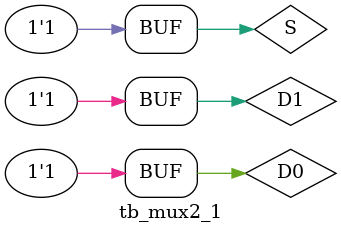
<source format=v>
module mux2_1 (Y, D0, D1, S);
  output Y;
  input D0, D1, S;
  
  wire w1, w2,w3;
  
  and a1(w1, D1, S);
  and a2(w2, D0, w3);
  not n1(w3, S);
  or o1(Y, w1, w2);
  
endmodule


module tb_mux2_1;
  
  reg D0,D1,S;
  wire  Y;

  mux2_1 mux(Y,D0,D1,S);

    
    initial begin
            D0 = 0;D1 = 0;S = 0;
        #10;D0 = 0;D1 = 1;S = 0;
        #10;D0 = 1;D1 = 0;S = 1;
        #10;D0 = 1;D1 = 1;S = 1;
    end 
  initial
        
    $monitor($time,"\t, D0=%b, D1=%b, S=%b,",D0,D1,S);
endmodule
</source>
